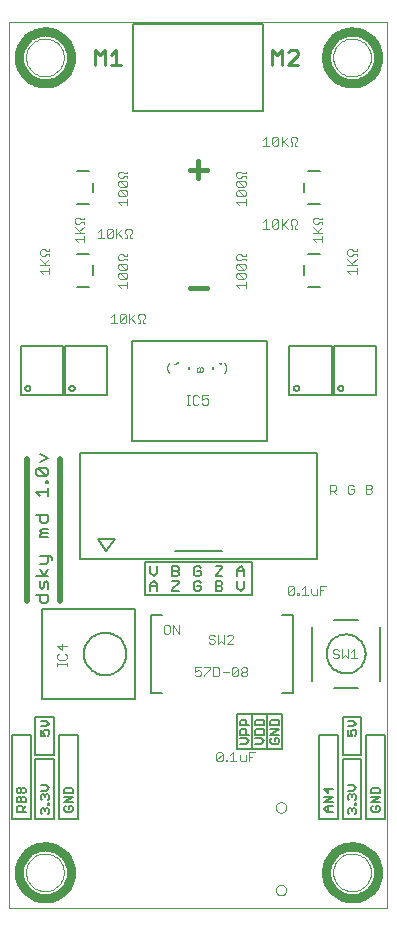
<source format=gto>
G75*
G70*
%OFA0B0*%
%FSLAX24Y24*%
%IPPOS*%
%LPD*%
%AMOC8*
5,1,8,0,0,1.08239X$1,22.5*
%
%ADD10C,0.0000*%
%ADD11C,0.0050*%
%ADD12C,0.0090*%
%ADD13C,0.0080*%
%ADD14C,0.0060*%
%ADD15C,0.0160*%
%ADD16C,0.0079*%
%ADD17C,0.0063*%
%ADD18C,0.0197*%
%ADD19C,0.0315*%
%ADD20C,0.0030*%
%ADD21R,0.0008X0.0004*%
%ADD22R,0.0016X0.0004*%
%ADD23R,0.0020X0.0004*%
%ADD24R,0.0035X0.0004*%
%ADD25R,0.0039X0.0004*%
%ADD26R,0.0051X0.0004*%
%ADD27R,0.0059X0.0004*%
%ADD28R,0.0031X0.0004*%
%ADD29R,0.0028X0.0004*%
%ADD30R,0.0012X0.0004*%
%ADD31R,0.0024X0.0004*%
%ADD32R,0.0004X0.0004*%
%ADD33R,0.0047X0.0004*%
%ADD34R,0.0055X0.0004*%
%ADD35R,0.0063X0.0004*%
%ADD36R,0.0071X0.0004*%
%ADD37R,0.0043X0.0004*%
D10*
X000139Y000927D02*
X000139Y030454D01*
X012738Y030454D01*
X012738Y000927D01*
X000139Y000927D01*
X000690Y002108D02*
X000692Y002158D01*
X000698Y002208D01*
X000708Y002257D01*
X000722Y002305D01*
X000739Y002352D01*
X000760Y002397D01*
X000785Y002441D01*
X000813Y002482D01*
X000845Y002521D01*
X000879Y002558D01*
X000916Y002592D01*
X000956Y002622D01*
X000998Y002649D01*
X001042Y002673D01*
X001088Y002694D01*
X001135Y002710D01*
X001183Y002723D01*
X001233Y002732D01*
X001282Y002737D01*
X001333Y002738D01*
X001383Y002735D01*
X001432Y002728D01*
X001481Y002717D01*
X001529Y002702D01*
X001575Y002684D01*
X001620Y002662D01*
X001663Y002636D01*
X001704Y002607D01*
X001743Y002575D01*
X001779Y002540D01*
X001811Y002502D01*
X001841Y002462D01*
X001868Y002419D01*
X001891Y002375D01*
X001910Y002329D01*
X001926Y002281D01*
X001938Y002232D01*
X001946Y002183D01*
X001950Y002133D01*
X001950Y002083D01*
X001946Y002033D01*
X001938Y001984D01*
X001926Y001935D01*
X001910Y001887D01*
X001891Y001841D01*
X001868Y001797D01*
X001841Y001754D01*
X001811Y001714D01*
X001779Y001676D01*
X001743Y001641D01*
X001704Y001609D01*
X001663Y001580D01*
X001620Y001554D01*
X001575Y001532D01*
X001529Y001514D01*
X001481Y001499D01*
X001432Y001488D01*
X001383Y001481D01*
X001333Y001478D01*
X001282Y001479D01*
X001233Y001484D01*
X001183Y001493D01*
X001135Y001506D01*
X001088Y001522D01*
X001042Y001543D01*
X000998Y001567D01*
X000956Y001594D01*
X000916Y001624D01*
X000879Y001658D01*
X000845Y001695D01*
X000813Y001734D01*
X000785Y001775D01*
X000760Y001819D01*
X000739Y001864D01*
X000722Y001911D01*
X000708Y001959D01*
X000698Y002008D01*
X000692Y002058D01*
X000690Y002108D01*
X009017Y001517D02*
X009019Y001543D01*
X009025Y001569D01*
X009035Y001594D01*
X009048Y001617D01*
X009064Y001637D01*
X009084Y001655D01*
X009106Y001670D01*
X009129Y001682D01*
X009155Y001690D01*
X009181Y001694D01*
X009207Y001694D01*
X009233Y001690D01*
X009259Y001682D01*
X009283Y001670D01*
X009304Y001655D01*
X009324Y001637D01*
X009340Y001617D01*
X009353Y001594D01*
X009363Y001569D01*
X009369Y001543D01*
X009371Y001517D01*
X009369Y001491D01*
X009363Y001465D01*
X009353Y001440D01*
X009340Y001417D01*
X009324Y001397D01*
X009304Y001379D01*
X009282Y001364D01*
X009259Y001352D01*
X009233Y001344D01*
X009207Y001340D01*
X009181Y001340D01*
X009155Y001344D01*
X009129Y001352D01*
X009105Y001364D01*
X009084Y001379D01*
X009064Y001397D01*
X009048Y001417D01*
X009035Y001440D01*
X009025Y001465D01*
X009019Y001491D01*
X009017Y001517D01*
X009017Y004273D02*
X009019Y004299D01*
X009025Y004325D01*
X009035Y004350D01*
X009048Y004373D01*
X009064Y004393D01*
X009084Y004411D01*
X009106Y004426D01*
X009129Y004438D01*
X009155Y004446D01*
X009181Y004450D01*
X009207Y004450D01*
X009233Y004446D01*
X009259Y004438D01*
X009283Y004426D01*
X009304Y004411D01*
X009324Y004393D01*
X009340Y004373D01*
X009353Y004350D01*
X009363Y004325D01*
X009369Y004299D01*
X009371Y004273D01*
X009369Y004247D01*
X009363Y004221D01*
X009353Y004196D01*
X009340Y004173D01*
X009324Y004153D01*
X009304Y004135D01*
X009282Y004120D01*
X009259Y004108D01*
X009233Y004100D01*
X009207Y004096D01*
X009181Y004096D01*
X009155Y004100D01*
X009129Y004108D01*
X009105Y004120D01*
X009084Y004135D01*
X009064Y004153D01*
X009048Y004173D01*
X009035Y004196D01*
X009025Y004221D01*
X009019Y004247D01*
X009017Y004273D01*
X010927Y002108D02*
X010929Y002158D01*
X010935Y002208D01*
X010945Y002257D01*
X010959Y002305D01*
X010976Y002352D01*
X010997Y002397D01*
X011022Y002441D01*
X011050Y002482D01*
X011082Y002521D01*
X011116Y002558D01*
X011153Y002592D01*
X011193Y002622D01*
X011235Y002649D01*
X011279Y002673D01*
X011325Y002694D01*
X011372Y002710D01*
X011420Y002723D01*
X011470Y002732D01*
X011519Y002737D01*
X011570Y002738D01*
X011620Y002735D01*
X011669Y002728D01*
X011718Y002717D01*
X011766Y002702D01*
X011812Y002684D01*
X011857Y002662D01*
X011900Y002636D01*
X011941Y002607D01*
X011980Y002575D01*
X012016Y002540D01*
X012048Y002502D01*
X012078Y002462D01*
X012105Y002419D01*
X012128Y002375D01*
X012147Y002329D01*
X012163Y002281D01*
X012175Y002232D01*
X012183Y002183D01*
X012187Y002133D01*
X012187Y002083D01*
X012183Y002033D01*
X012175Y001984D01*
X012163Y001935D01*
X012147Y001887D01*
X012128Y001841D01*
X012105Y001797D01*
X012078Y001754D01*
X012048Y001714D01*
X012016Y001676D01*
X011980Y001641D01*
X011941Y001609D01*
X011900Y001580D01*
X011857Y001554D01*
X011812Y001532D01*
X011766Y001514D01*
X011718Y001499D01*
X011669Y001488D01*
X011620Y001481D01*
X011570Y001478D01*
X011519Y001479D01*
X011470Y001484D01*
X011420Y001493D01*
X011372Y001506D01*
X011325Y001522D01*
X011279Y001543D01*
X011235Y001567D01*
X011193Y001594D01*
X011153Y001624D01*
X011116Y001658D01*
X011082Y001695D01*
X011050Y001734D01*
X011022Y001775D01*
X010997Y001819D01*
X010976Y001864D01*
X010959Y001911D01*
X010945Y001959D01*
X010935Y002008D01*
X010929Y002058D01*
X010927Y002108D01*
X010927Y029273D02*
X010929Y029323D01*
X010935Y029373D01*
X010945Y029422D01*
X010959Y029470D01*
X010976Y029517D01*
X010997Y029562D01*
X011022Y029606D01*
X011050Y029647D01*
X011082Y029686D01*
X011116Y029723D01*
X011153Y029757D01*
X011193Y029787D01*
X011235Y029814D01*
X011279Y029838D01*
X011325Y029859D01*
X011372Y029875D01*
X011420Y029888D01*
X011470Y029897D01*
X011519Y029902D01*
X011570Y029903D01*
X011620Y029900D01*
X011669Y029893D01*
X011718Y029882D01*
X011766Y029867D01*
X011812Y029849D01*
X011857Y029827D01*
X011900Y029801D01*
X011941Y029772D01*
X011980Y029740D01*
X012016Y029705D01*
X012048Y029667D01*
X012078Y029627D01*
X012105Y029584D01*
X012128Y029540D01*
X012147Y029494D01*
X012163Y029446D01*
X012175Y029397D01*
X012183Y029348D01*
X012187Y029298D01*
X012187Y029248D01*
X012183Y029198D01*
X012175Y029149D01*
X012163Y029100D01*
X012147Y029052D01*
X012128Y029006D01*
X012105Y028962D01*
X012078Y028919D01*
X012048Y028879D01*
X012016Y028841D01*
X011980Y028806D01*
X011941Y028774D01*
X011900Y028745D01*
X011857Y028719D01*
X011812Y028697D01*
X011766Y028679D01*
X011718Y028664D01*
X011669Y028653D01*
X011620Y028646D01*
X011570Y028643D01*
X011519Y028644D01*
X011470Y028649D01*
X011420Y028658D01*
X011372Y028671D01*
X011325Y028687D01*
X011279Y028708D01*
X011235Y028732D01*
X011193Y028759D01*
X011153Y028789D01*
X011116Y028823D01*
X011082Y028860D01*
X011050Y028899D01*
X011022Y028940D01*
X010997Y028984D01*
X010976Y029029D01*
X010959Y029076D01*
X010945Y029124D01*
X010935Y029173D01*
X010929Y029223D01*
X010927Y029273D01*
X000690Y029273D02*
X000692Y029323D01*
X000698Y029373D01*
X000708Y029422D01*
X000722Y029470D01*
X000739Y029517D01*
X000760Y029562D01*
X000785Y029606D01*
X000813Y029647D01*
X000845Y029686D01*
X000879Y029723D01*
X000916Y029757D01*
X000956Y029787D01*
X000998Y029814D01*
X001042Y029838D01*
X001088Y029859D01*
X001135Y029875D01*
X001183Y029888D01*
X001233Y029897D01*
X001282Y029902D01*
X001333Y029903D01*
X001383Y029900D01*
X001432Y029893D01*
X001481Y029882D01*
X001529Y029867D01*
X001575Y029849D01*
X001620Y029827D01*
X001663Y029801D01*
X001704Y029772D01*
X001743Y029740D01*
X001779Y029705D01*
X001811Y029667D01*
X001841Y029627D01*
X001868Y029584D01*
X001891Y029540D01*
X001910Y029494D01*
X001926Y029446D01*
X001938Y029397D01*
X001946Y029348D01*
X001950Y029298D01*
X001950Y029248D01*
X001946Y029198D01*
X001938Y029149D01*
X001926Y029100D01*
X001910Y029052D01*
X001891Y029006D01*
X001868Y028962D01*
X001841Y028919D01*
X001811Y028879D01*
X001779Y028841D01*
X001743Y028806D01*
X001704Y028774D01*
X001663Y028745D01*
X001620Y028719D01*
X001575Y028697D01*
X001529Y028679D01*
X001481Y028664D01*
X001432Y028653D01*
X001383Y028646D01*
X001333Y028643D01*
X001282Y028644D01*
X001233Y028649D01*
X001183Y028658D01*
X001135Y028671D01*
X001088Y028687D01*
X001042Y028708D01*
X000998Y028732D01*
X000956Y028759D01*
X000916Y028789D01*
X000879Y028823D01*
X000845Y028860D01*
X000813Y028899D01*
X000785Y028940D01*
X000760Y028984D01*
X000739Y029029D01*
X000722Y029076D01*
X000708Y029124D01*
X000698Y029173D01*
X000692Y029223D01*
X000690Y029273D01*
D11*
X001178Y007165D02*
X001368Y007165D01*
X001463Y007070D01*
X001368Y006975D01*
X001178Y006975D01*
X001178Y006857D02*
X001178Y006667D01*
X001320Y006667D01*
X001273Y006762D01*
X001273Y006810D01*
X001320Y006857D01*
X001415Y006857D01*
X001463Y006810D01*
X001463Y006715D01*
X001415Y006667D01*
X001368Y005015D02*
X001178Y005015D01*
X001368Y005015D02*
X001463Y004920D01*
X001368Y004825D01*
X001178Y004825D01*
X001225Y004706D02*
X001273Y004706D01*
X001320Y004659D01*
X001368Y004706D01*
X001415Y004706D01*
X001463Y004659D01*
X001463Y004564D01*
X001415Y004516D01*
X001415Y004410D02*
X001463Y004410D01*
X001463Y004362D01*
X001415Y004362D01*
X001415Y004410D01*
X001415Y004244D02*
X001463Y004197D01*
X001463Y004102D01*
X001415Y004054D01*
X001320Y004149D02*
X001320Y004197D01*
X001368Y004244D01*
X001415Y004244D01*
X001320Y004197D02*
X001273Y004244D01*
X001225Y004244D01*
X001178Y004197D01*
X001178Y004102D01*
X001225Y004054D01*
X001225Y004516D02*
X001178Y004564D01*
X001178Y004659D01*
X001225Y004706D01*
X001320Y004659D02*
X001320Y004611D01*
X000675Y004582D02*
X000675Y004439D01*
X000391Y004439D01*
X000391Y004582D01*
X000438Y004629D01*
X000485Y004629D01*
X000533Y004582D01*
X000533Y004439D01*
X000533Y004321D02*
X000580Y004274D01*
X000580Y004131D01*
X000580Y004226D02*
X000675Y004321D01*
X000533Y004321D02*
X000438Y004321D01*
X000391Y004274D01*
X000391Y004131D01*
X000675Y004131D01*
X000675Y004582D02*
X000628Y004629D01*
X000580Y004629D01*
X000533Y004582D01*
X000580Y004748D02*
X000533Y004795D01*
X000533Y004890D01*
X000580Y004937D01*
X000628Y004937D01*
X000675Y004890D01*
X000675Y004795D01*
X000628Y004748D01*
X000580Y004748D01*
X000533Y004795D02*
X000485Y004748D01*
X000438Y004748D01*
X000391Y004795D01*
X000391Y004890D01*
X000438Y004937D01*
X000485Y004937D01*
X000533Y004890D01*
X001965Y004890D02*
X001965Y004748D01*
X002250Y004748D01*
X002250Y004890D01*
X002203Y004937D01*
X002013Y004937D01*
X001965Y004890D01*
X001965Y004629D02*
X002250Y004629D01*
X001965Y004439D01*
X002250Y004439D01*
X002203Y004321D02*
X002108Y004321D01*
X002108Y004226D01*
X002013Y004131D02*
X002203Y004131D01*
X002250Y004179D01*
X002250Y004274D01*
X002203Y004321D01*
X002013Y004321D02*
X001965Y004274D01*
X001965Y004179D01*
X002013Y004131D01*
X007836Y006395D02*
X008026Y006395D01*
X008121Y006490D01*
X008026Y006585D01*
X007836Y006585D01*
X007836Y006703D02*
X007836Y006846D01*
X007884Y006893D01*
X007979Y006893D01*
X008026Y006846D01*
X008026Y006703D01*
X008121Y006703D02*
X007836Y006703D01*
X007836Y007011D02*
X007836Y007154D01*
X007884Y007201D01*
X007979Y007201D01*
X008026Y007154D01*
X008026Y007011D01*
X008121Y007011D02*
X007836Y007011D01*
X008336Y007011D02*
X008336Y007154D01*
X008384Y007201D01*
X008574Y007201D01*
X008621Y007154D01*
X008621Y007011D01*
X008336Y007011D01*
X008384Y006893D02*
X008336Y006846D01*
X008336Y006703D01*
X008621Y006703D01*
X008621Y006846D01*
X008574Y006893D01*
X008384Y006893D01*
X008336Y006585D02*
X008526Y006585D01*
X008621Y006490D01*
X008526Y006395D01*
X008336Y006395D01*
X008836Y006443D02*
X008884Y006395D01*
X009074Y006395D01*
X009121Y006443D01*
X009121Y006538D01*
X009074Y006585D01*
X008979Y006585D01*
X008979Y006490D01*
X008884Y006585D02*
X008836Y006538D01*
X008836Y006443D01*
X008836Y006703D02*
X009121Y006893D01*
X008836Y006893D01*
X008836Y007011D02*
X008836Y007154D01*
X008884Y007201D01*
X009074Y007201D01*
X009121Y007154D01*
X009121Y007011D01*
X008836Y007011D01*
X008836Y006703D02*
X009121Y006703D01*
X010627Y004890D02*
X010769Y004748D01*
X010769Y004937D01*
X010627Y004890D02*
X010912Y004890D01*
X010912Y004629D02*
X010627Y004629D01*
X010627Y004439D02*
X010912Y004629D01*
X010912Y004439D02*
X010627Y004439D01*
X010722Y004321D02*
X010627Y004226D01*
X010722Y004131D01*
X010912Y004131D01*
X010769Y004131D02*
X010769Y004321D01*
X010722Y004321D02*
X010912Y004321D01*
X011414Y004197D02*
X011462Y004244D01*
X011509Y004244D01*
X011557Y004197D01*
X011604Y004244D01*
X011652Y004244D01*
X011699Y004197D01*
X011699Y004102D01*
X011652Y004054D01*
X011557Y004149D02*
X011557Y004197D01*
X011414Y004197D02*
X011414Y004102D01*
X011462Y004054D01*
X011652Y004362D02*
X011652Y004410D01*
X011699Y004410D01*
X011699Y004362D01*
X011652Y004362D01*
X011652Y004516D02*
X011699Y004564D01*
X011699Y004659D01*
X011652Y004706D01*
X011604Y004706D01*
X011557Y004659D01*
X011557Y004611D01*
X011557Y004659D02*
X011509Y004706D01*
X011462Y004706D01*
X011414Y004659D01*
X011414Y004564D01*
X011462Y004516D01*
X011414Y004825D02*
X011604Y004825D01*
X011699Y004920D01*
X011604Y005015D01*
X011414Y005015D01*
X011414Y006667D02*
X011557Y006667D01*
X011509Y006762D01*
X011509Y006810D01*
X011557Y006857D01*
X011652Y006857D01*
X011699Y006810D01*
X011699Y006715D01*
X011652Y006667D01*
X011604Y006975D02*
X011699Y007070D01*
X011604Y007165D01*
X011414Y007165D01*
X011414Y006975D02*
X011604Y006975D01*
X011414Y006857D02*
X011414Y006667D01*
X012249Y004937D02*
X012202Y004890D01*
X012202Y004748D01*
X012486Y004748D01*
X012486Y004890D01*
X012439Y004937D01*
X012249Y004937D01*
X012202Y004629D02*
X012486Y004629D01*
X012202Y004439D01*
X012486Y004439D01*
X012439Y004321D02*
X012344Y004321D01*
X012344Y004226D01*
X012249Y004131D02*
X012439Y004131D01*
X012486Y004179D01*
X012486Y004274D01*
X012439Y004321D01*
X012249Y004321D02*
X012202Y004274D01*
X012202Y004179D01*
X012249Y004131D01*
D12*
X009770Y029023D02*
X009436Y029023D01*
X009770Y029357D01*
X009770Y029440D01*
X009687Y029524D01*
X009520Y029524D01*
X009436Y029440D01*
X009227Y029524D02*
X009227Y029023D01*
X008893Y029023D02*
X008893Y029524D01*
X009060Y029357D01*
X009227Y029524D01*
X003865Y029023D02*
X003531Y029023D01*
X003698Y029023D02*
X003698Y029524D01*
X003531Y029357D01*
X003321Y029524D02*
X003321Y029023D01*
X002987Y029023D02*
X002987Y029524D01*
X003154Y029357D01*
X003321Y029524D01*
D13*
X001153Y016053D02*
X001428Y015916D01*
X001153Y015778D01*
X001084Y015600D02*
X001359Y015325D01*
X001428Y015394D01*
X001428Y015531D01*
X001359Y015600D01*
X001084Y015600D01*
X001016Y015531D01*
X001016Y015394D01*
X001084Y015325D01*
X001359Y015325D01*
X001359Y015167D02*
X001428Y015167D01*
X001428Y015099D01*
X001359Y015099D01*
X001359Y015167D01*
X001428Y014920D02*
X001428Y014645D01*
X001428Y014783D02*
X001016Y014783D01*
X001153Y014645D01*
X001153Y014014D02*
X001153Y013808D01*
X001222Y013739D01*
X001359Y013739D01*
X001428Y013808D01*
X001428Y014014D01*
X001016Y014014D01*
X001222Y013561D02*
X001153Y013492D01*
X001222Y013423D01*
X001428Y013423D01*
X001428Y013286D02*
X001153Y013286D01*
X001153Y013355D01*
X001222Y013423D01*
X001222Y013561D02*
X001428Y013561D01*
X001428Y012655D02*
X001428Y012448D01*
X001359Y012380D01*
X001153Y012380D01*
X001153Y012208D02*
X001291Y012002D01*
X001428Y012208D01*
X001428Y012002D02*
X001016Y012002D01*
X001153Y011824D02*
X001153Y011618D01*
X001222Y011549D01*
X001291Y011618D01*
X001291Y011755D01*
X001359Y011824D01*
X001428Y011755D01*
X001428Y011549D01*
X001428Y011371D02*
X001428Y011165D01*
X001359Y011096D01*
X001222Y011096D01*
X001153Y011165D01*
X001153Y011371D01*
X001016Y011371D02*
X001428Y011371D01*
X001566Y012517D02*
X001566Y012586D01*
X001497Y012655D01*
X001153Y012655D01*
X010218Y010283D02*
X010218Y008500D01*
X010968Y008250D02*
X011752Y008250D01*
X010710Y009391D02*
X010712Y009441D01*
X010718Y009491D01*
X010728Y009541D01*
X010741Y009589D01*
X010758Y009637D01*
X010779Y009683D01*
X010803Y009727D01*
X010831Y009769D01*
X010862Y009809D01*
X010896Y009846D01*
X010933Y009881D01*
X010972Y009912D01*
X011013Y009941D01*
X011057Y009966D01*
X011103Y009988D01*
X011150Y010006D01*
X011198Y010020D01*
X011247Y010031D01*
X011297Y010038D01*
X011347Y010041D01*
X011398Y010040D01*
X011448Y010035D01*
X011498Y010026D01*
X011546Y010014D01*
X011594Y009997D01*
X011640Y009977D01*
X011685Y009954D01*
X011728Y009927D01*
X011768Y009897D01*
X011806Y009864D01*
X011841Y009828D01*
X011874Y009789D01*
X011903Y009748D01*
X011929Y009705D01*
X011952Y009660D01*
X011971Y009613D01*
X011986Y009565D01*
X011998Y009516D01*
X012006Y009466D01*
X012010Y009416D01*
X012010Y009366D01*
X012006Y009316D01*
X011998Y009266D01*
X011986Y009217D01*
X011971Y009169D01*
X011952Y009122D01*
X011929Y009077D01*
X011903Y009034D01*
X011874Y008993D01*
X011841Y008954D01*
X011806Y008918D01*
X011768Y008885D01*
X011728Y008855D01*
X011685Y008828D01*
X011640Y008805D01*
X011594Y008785D01*
X011546Y008768D01*
X011498Y008756D01*
X011448Y008747D01*
X011398Y008742D01*
X011347Y008741D01*
X011297Y008744D01*
X011247Y008751D01*
X011198Y008762D01*
X011150Y008776D01*
X011103Y008794D01*
X011057Y008816D01*
X011013Y008841D01*
X010972Y008870D01*
X010933Y008901D01*
X010896Y008936D01*
X010862Y008973D01*
X010831Y009013D01*
X010803Y009055D01*
X010779Y009099D01*
X010758Y009145D01*
X010741Y009193D01*
X010728Y009241D01*
X010718Y009291D01*
X010712Y009341D01*
X010710Y009391D01*
X010968Y010533D02*
X011752Y010533D01*
X012502Y010283D02*
X012502Y008500D01*
D14*
X007960Y011600D02*
X007960Y011822D01*
X007960Y011980D02*
X007960Y012203D01*
X007849Y012314D01*
X007737Y012203D01*
X007737Y011980D01*
X007737Y011822D02*
X007737Y011600D01*
X007849Y011488D01*
X007960Y011600D01*
X007960Y012147D02*
X007737Y012147D01*
X007235Y012259D02*
X007012Y012036D01*
X007012Y011980D01*
X007235Y011980D01*
X007179Y011822D02*
X007235Y011767D01*
X007235Y011711D01*
X007179Y011655D01*
X007012Y011655D01*
X007012Y011488D02*
X007012Y011822D01*
X007179Y011822D01*
X007179Y011655D02*
X007235Y011600D01*
X007235Y011544D01*
X007179Y011488D01*
X007012Y011488D01*
X007235Y012259D02*
X007235Y012314D01*
X007012Y012314D01*
X006510Y012259D02*
X006454Y012314D01*
X006343Y012314D01*
X006287Y012259D01*
X006287Y012036D01*
X006343Y011980D01*
X006454Y011980D01*
X006510Y012036D01*
X006510Y012147D01*
X006399Y012147D01*
X006454Y011822D02*
X006343Y011822D01*
X006287Y011767D01*
X006287Y011544D01*
X006343Y011488D01*
X006454Y011488D01*
X006510Y011544D01*
X006510Y011655D01*
X006399Y011655D01*
X006510Y011767D02*
X006454Y011822D01*
X005785Y011822D02*
X005785Y011767D01*
X005562Y011544D01*
X005562Y011488D01*
X005785Y011488D01*
X005785Y011822D02*
X005562Y011822D01*
X005562Y011980D02*
X005729Y011980D01*
X005785Y012036D01*
X005785Y012092D01*
X005729Y012147D01*
X005562Y012147D01*
X005562Y011980D02*
X005562Y012314D01*
X005729Y012314D01*
X005785Y012259D01*
X005785Y012203D01*
X005729Y012147D01*
X005060Y012092D02*
X005060Y012314D01*
X005060Y012092D02*
X004949Y011980D01*
X004837Y012092D01*
X004837Y012314D01*
X004949Y011822D02*
X004837Y011711D01*
X004837Y011488D01*
X004837Y011655D02*
X005060Y011655D01*
X005060Y011711D02*
X005060Y011488D01*
X005060Y011711D02*
X004949Y011822D01*
D15*
X006164Y021596D02*
X006714Y021596D01*
X006439Y025258D02*
X006439Y025808D01*
X006164Y025533D02*
X006714Y025533D01*
D16*
X008604Y027502D02*
X004273Y027502D01*
X004273Y030376D01*
X008604Y030376D01*
X008604Y027502D01*
X009962Y025100D02*
X009962Y024785D01*
X010080Y024391D02*
X010474Y024391D01*
X010474Y025494D02*
X010080Y025494D01*
X010080Y022738D02*
X010474Y022738D01*
X009962Y022344D02*
X009962Y022029D01*
X010080Y021635D02*
X010474Y021635D01*
X010887Y019667D02*
X010887Y018013D01*
X009470Y018013D01*
X009470Y019667D01*
X010887Y019667D01*
X010946Y019667D02*
X010946Y018013D01*
X012364Y018013D01*
X012364Y019667D01*
X010946Y019667D01*
X011095Y018250D02*
X011097Y018268D01*
X011103Y018286D01*
X011112Y018302D01*
X011124Y018315D01*
X011139Y018326D01*
X011156Y018334D01*
X011174Y018338D01*
X011192Y018338D01*
X011210Y018334D01*
X011227Y018326D01*
X011242Y018315D01*
X011254Y018302D01*
X011263Y018286D01*
X011269Y018268D01*
X011271Y018250D01*
X011269Y018232D01*
X011263Y018214D01*
X011254Y018198D01*
X011242Y018185D01*
X011227Y018174D01*
X011210Y018166D01*
X011192Y018162D01*
X011174Y018162D01*
X011156Y018166D01*
X011139Y018174D01*
X011124Y018185D01*
X011112Y018198D01*
X011103Y018214D01*
X011097Y018232D01*
X011095Y018250D01*
X010376Y016084D02*
X010376Y012541D01*
X002502Y012541D01*
X002502Y016084D01*
X010376Y016084D01*
X009618Y018250D02*
X009620Y018268D01*
X009626Y018286D01*
X009635Y018302D01*
X009647Y018315D01*
X009662Y018326D01*
X009679Y018334D01*
X009697Y018338D01*
X009715Y018338D01*
X009733Y018334D01*
X009750Y018326D01*
X009765Y018315D01*
X009777Y018302D01*
X009786Y018286D01*
X009792Y018268D01*
X009794Y018250D01*
X009792Y018232D01*
X009786Y018214D01*
X009777Y018198D01*
X009765Y018185D01*
X009750Y018174D01*
X009733Y018166D01*
X009715Y018162D01*
X009697Y018162D01*
X009679Y018166D01*
X009662Y018174D01*
X009647Y018185D01*
X009635Y018198D01*
X009626Y018214D01*
X009620Y018232D01*
X009618Y018250D01*
X008722Y019824D02*
X008722Y016478D01*
X004234Y016478D01*
X004234Y019824D01*
X008722Y019824D01*
X007226Y012817D02*
X005651Y012817D01*
X004667Y012443D02*
X004667Y011360D01*
X008210Y011360D01*
X008210Y012443D01*
X004667Y012443D01*
X004328Y010891D02*
X001238Y010891D01*
X001238Y010391D01*
X001238Y009391D01*
X001238Y008391D01*
X001238Y007891D01*
X004328Y007891D01*
X004328Y010891D01*
X004864Y010691D02*
X004864Y008092D01*
X005218Y008092D01*
X005218Y010691D02*
X004864Y010691D01*
X003368Y012817D02*
X003643Y013210D01*
X003092Y013210D01*
X003368Y012817D01*
X002621Y009391D02*
X002623Y009444D01*
X002629Y009496D01*
X002639Y009548D01*
X002652Y009599D01*
X002670Y009649D01*
X002691Y009698D01*
X002716Y009745D01*
X002744Y009789D01*
X002775Y009832D01*
X002810Y009872D01*
X002847Y009909D01*
X002887Y009944D01*
X002930Y009975D01*
X002975Y010003D01*
X003021Y010028D01*
X003070Y010049D01*
X003120Y010067D01*
X003171Y010080D01*
X003223Y010090D01*
X003275Y010096D01*
X003328Y010098D01*
X003381Y010096D01*
X003433Y010090D01*
X003485Y010080D01*
X003536Y010067D01*
X003586Y010049D01*
X003635Y010028D01*
X003682Y010003D01*
X003726Y009975D01*
X003769Y009944D01*
X003809Y009909D01*
X003846Y009872D01*
X003881Y009832D01*
X003912Y009789D01*
X003940Y009744D01*
X003965Y009698D01*
X003986Y009649D01*
X004004Y009599D01*
X004017Y009548D01*
X004027Y009496D01*
X004033Y009444D01*
X004035Y009391D01*
X004033Y009338D01*
X004027Y009286D01*
X004017Y009234D01*
X004004Y009183D01*
X003986Y009133D01*
X003965Y009084D01*
X003940Y009037D01*
X003912Y008993D01*
X003881Y008950D01*
X003846Y008910D01*
X003809Y008873D01*
X003769Y008838D01*
X003726Y008807D01*
X003681Y008779D01*
X003635Y008754D01*
X003586Y008733D01*
X003536Y008715D01*
X003485Y008702D01*
X003433Y008692D01*
X003381Y008686D01*
X003328Y008684D01*
X003275Y008686D01*
X003223Y008692D01*
X003171Y008702D01*
X003120Y008715D01*
X003070Y008733D01*
X003021Y008754D01*
X002974Y008779D01*
X002930Y008807D01*
X002887Y008838D01*
X002847Y008873D01*
X002810Y008910D01*
X002775Y008950D01*
X002744Y008993D01*
X002716Y009038D01*
X002691Y009084D01*
X002670Y009133D01*
X002652Y009183D01*
X002639Y009234D01*
X002629Y009286D01*
X002623Y009338D01*
X002621Y009391D01*
X001990Y018013D02*
X001990Y019667D01*
X003407Y019667D01*
X003407Y018013D01*
X001990Y018013D01*
X001931Y018013D02*
X000513Y018013D01*
X000513Y019667D01*
X001931Y019667D01*
X001931Y018013D01*
X002138Y018250D02*
X002140Y018268D01*
X002146Y018286D01*
X002155Y018302D01*
X002167Y018315D01*
X002182Y018326D01*
X002199Y018334D01*
X002217Y018338D01*
X002235Y018338D01*
X002253Y018334D01*
X002270Y018326D01*
X002285Y018315D01*
X002297Y018302D01*
X002306Y018286D01*
X002312Y018268D01*
X002314Y018250D01*
X002312Y018232D01*
X002306Y018214D01*
X002297Y018198D01*
X002285Y018185D01*
X002270Y018174D01*
X002253Y018166D01*
X002235Y018162D01*
X002217Y018162D01*
X002199Y018166D01*
X002182Y018174D01*
X002167Y018185D01*
X002155Y018198D01*
X002146Y018214D01*
X002140Y018232D01*
X002138Y018250D01*
X000662Y018250D02*
X000664Y018268D01*
X000670Y018286D01*
X000679Y018302D01*
X000691Y018315D01*
X000706Y018326D01*
X000723Y018334D01*
X000741Y018338D01*
X000759Y018338D01*
X000777Y018334D01*
X000794Y018326D01*
X000809Y018315D01*
X000821Y018302D01*
X000830Y018286D01*
X000836Y018268D01*
X000838Y018250D01*
X000836Y018232D01*
X000830Y018214D01*
X000821Y018198D01*
X000809Y018185D01*
X000794Y018174D01*
X000777Y018166D01*
X000759Y018162D01*
X000741Y018162D01*
X000723Y018166D01*
X000706Y018174D01*
X000691Y018185D01*
X000679Y018198D01*
X000670Y018214D01*
X000664Y018232D01*
X000662Y018250D01*
X002403Y021635D02*
X002797Y021635D01*
X002915Y022029D02*
X002915Y022344D01*
X002797Y022738D02*
X002403Y022738D01*
X002403Y024391D02*
X002797Y024391D01*
X002915Y024785D02*
X002915Y025100D01*
X002797Y025494D02*
X002403Y025494D01*
X009234Y010691D02*
X009588Y010691D01*
X009588Y008092D01*
X009234Y008092D01*
X009229Y007377D02*
X009229Y006237D01*
X008729Y006237D01*
X008229Y006237D01*
X008229Y007377D01*
X008729Y007377D01*
X009229Y007377D01*
X008729Y007377D02*
X008729Y006237D01*
X008229Y006237D02*
X007729Y006237D01*
X007729Y007377D01*
X008229Y007377D01*
D17*
X010454Y006675D02*
X010454Y003880D01*
X011084Y003880D01*
X011084Y006675D01*
X010454Y006675D01*
X011242Y007305D02*
X011242Y006006D01*
X011872Y006006D01*
X011872Y007305D01*
X011242Y007305D01*
X011242Y005887D02*
X011242Y003880D01*
X011872Y003880D01*
X011872Y005887D01*
X011242Y005887D01*
X012029Y006675D02*
X012659Y006675D01*
X012659Y003880D01*
X012029Y003880D01*
X012029Y006675D01*
X002423Y006675D02*
X002423Y003880D01*
X001793Y003880D01*
X001793Y006675D01*
X002423Y006675D01*
X001635Y007305D02*
X001635Y006006D01*
X001006Y006006D01*
X001006Y007305D01*
X001635Y007305D01*
X001635Y005887D02*
X001006Y005887D01*
X001006Y003880D01*
X001635Y003880D01*
X001635Y005887D01*
X000848Y006675D02*
X000218Y006675D01*
X000218Y003880D01*
X000848Y003880D01*
X000848Y006675D01*
D18*
X000730Y011163D02*
X000730Y015887D01*
X001813Y015887D02*
X001813Y011163D01*
D19*
X000454Y002108D02*
X000456Y002166D01*
X000462Y002225D01*
X000472Y002282D01*
X000485Y002339D01*
X000503Y002395D01*
X000524Y002450D01*
X000549Y002502D01*
X000577Y002554D01*
X000609Y002603D01*
X000644Y002650D01*
X000682Y002694D01*
X000723Y002736D01*
X000767Y002775D01*
X000813Y002810D01*
X000862Y002843D01*
X000913Y002872D01*
X000965Y002898D01*
X001019Y002920D01*
X001075Y002939D01*
X001131Y002953D01*
X001189Y002964D01*
X001247Y002971D01*
X001305Y002974D01*
X001364Y002973D01*
X001422Y002968D01*
X001480Y002959D01*
X001537Y002946D01*
X001593Y002930D01*
X001648Y002909D01*
X001701Y002885D01*
X001753Y002858D01*
X001803Y002827D01*
X001850Y002793D01*
X001895Y002755D01*
X001938Y002715D01*
X001977Y002672D01*
X002014Y002626D01*
X002047Y002578D01*
X002077Y002528D01*
X002104Y002476D01*
X002127Y002422D01*
X002146Y002367D01*
X002162Y002311D01*
X002174Y002254D01*
X002182Y002196D01*
X002186Y002137D01*
X002186Y002079D01*
X002182Y002020D01*
X002174Y001962D01*
X002162Y001905D01*
X002146Y001849D01*
X002127Y001794D01*
X002104Y001740D01*
X002077Y001688D01*
X002047Y001638D01*
X002014Y001590D01*
X001977Y001544D01*
X001938Y001501D01*
X001895Y001461D01*
X001850Y001423D01*
X001803Y001389D01*
X001753Y001358D01*
X001701Y001331D01*
X001648Y001307D01*
X001593Y001286D01*
X001537Y001270D01*
X001480Y001257D01*
X001422Y001248D01*
X001364Y001243D01*
X001305Y001242D01*
X001247Y001245D01*
X001189Y001252D01*
X001131Y001263D01*
X001075Y001277D01*
X001019Y001296D01*
X000965Y001318D01*
X000913Y001344D01*
X000862Y001373D01*
X000813Y001406D01*
X000767Y001441D01*
X000723Y001480D01*
X000682Y001522D01*
X000644Y001566D01*
X000609Y001613D01*
X000577Y001662D01*
X000549Y001714D01*
X000524Y001766D01*
X000503Y001821D01*
X000485Y001877D01*
X000472Y001934D01*
X000462Y001991D01*
X000456Y002050D01*
X000454Y002108D01*
X010691Y002108D02*
X010693Y002166D01*
X010699Y002225D01*
X010709Y002282D01*
X010722Y002339D01*
X010740Y002395D01*
X010761Y002450D01*
X010786Y002502D01*
X010814Y002554D01*
X010846Y002603D01*
X010881Y002650D01*
X010919Y002694D01*
X010960Y002736D01*
X011004Y002775D01*
X011050Y002810D01*
X011099Y002843D01*
X011150Y002872D01*
X011202Y002898D01*
X011256Y002920D01*
X011312Y002939D01*
X011368Y002953D01*
X011426Y002964D01*
X011484Y002971D01*
X011542Y002974D01*
X011601Y002973D01*
X011659Y002968D01*
X011717Y002959D01*
X011774Y002946D01*
X011830Y002930D01*
X011885Y002909D01*
X011938Y002885D01*
X011990Y002858D01*
X012040Y002827D01*
X012087Y002793D01*
X012132Y002755D01*
X012175Y002715D01*
X012214Y002672D01*
X012251Y002626D01*
X012284Y002578D01*
X012314Y002528D01*
X012341Y002476D01*
X012364Y002422D01*
X012383Y002367D01*
X012399Y002311D01*
X012411Y002254D01*
X012419Y002196D01*
X012423Y002137D01*
X012423Y002079D01*
X012419Y002020D01*
X012411Y001962D01*
X012399Y001905D01*
X012383Y001849D01*
X012364Y001794D01*
X012341Y001740D01*
X012314Y001688D01*
X012284Y001638D01*
X012251Y001590D01*
X012214Y001544D01*
X012175Y001501D01*
X012132Y001461D01*
X012087Y001423D01*
X012040Y001389D01*
X011990Y001358D01*
X011938Y001331D01*
X011885Y001307D01*
X011830Y001286D01*
X011774Y001270D01*
X011717Y001257D01*
X011659Y001248D01*
X011601Y001243D01*
X011542Y001242D01*
X011484Y001245D01*
X011426Y001252D01*
X011368Y001263D01*
X011312Y001277D01*
X011256Y001296D01*
X011202Y001318D01*
X011150Y001344D01*
X011099Y001373D01*
X011050Y001406D01*
X011004Y001441D01*
X010960Y001480D01*
X010919Y001522D01*
X010881Y001566D01*
X010846Y001613D01*
X010814Y001662D01*
X010786Y001714D01*
X010761Y001766D01*
X010740Y001821D01*
X010722Y001877D01*
X010709Y001934D01*
X010699Y001991D01*
X010693Y002050D01*
X010691Y002108D01*
X010691Y029273D02*
X010693Y029331D01*
X010699Y029390D01*
X010709Y029447D01*
X010722Y029504D01*
X010740Y029560D01*
X010761Y029615D01*
X010786Y029667D01*
X010814Y029719D01*
X010846Y029768D01*
X010881Y029815D01*
X010919Y029859D01*
X010960Y029901D01*
X011004Y029940D01*
X011050Y029975D01*
X011099Y030008D01*
X011150Y030037D01*
X011202Y030063D01*
X011256Y030085D01*
X011312Y030104D01*
X011368Y030118D01*
X011426Y030129D01*
X011484Y030136D01*
X011542Y030139D01*
X011601Y030138D01*
X011659Y030133D01*
X011717Y030124D01*
X011774Y030111D01*
X011830Y030095D01*
X011885Y030074D01*
X011938Y030050D01*
X011990Y030023D01*
X012040Y029992D01*
X012087Y029958D01*
X012132Y029920D01*
X012175Y029880D01*
X012214Y029837D01*
X012251Y029791D01*
X012284Y029743D01*
X012314Y029693D01*
X012341Y029641D01*
X012364Y029587D01*
X012383Y029532D01*
X012399Y029476D01*
X012411Y029419D01*
X012419Y029361D01*
X012423Y029302D01*
X012423Y029244D01*
X012419Y029185D01*
X012411Y029127D01*
X012399Y029070D01*
X012383Y029014D01*
X012364Y028959D01*
X012341Y028905D01*
X012314Y028853D01*
X012284Y028803D01*
X012251Y028755D01*
X012214Y028709D01*
X012175Y028666D01*
X012132Y028626D01*
X012087Y028588D01*
X012040Y028554D01*
X011990Y028523D01*
X011938Y028496D01*
X011885Y028472D01*
X011830Y028451D01*
X011774Y028435D01*
X011717Y028422D01*
X011659Y028413D01*
X011601Y028408D01*
X011542Y028407D01*
X011484Y028410D01*
X011426Y028417D01*
X011368Y028428D01*
X011312Y028442D01*
X011256Y028461D01*
X011202Y028483D01*
X011150Y028509D01*
X011099Y028538D01*
X011050Y028571D01*
X011004Y028606D01*
X010960Y028645D01*
X010919Y028687D01*
X010881Y028731D01*
X010846Y028778D01*
X010814Y028827D01*
X010786Y028879D01*
X010761Y028931D01*
X010740Y028986D01*
X010722Y029042D01*
X010709Y029099D01*
X010699Y029156D01*
X010693Y029215D01*
X010691Y029273D01*
X000453Y029273D02*
X000455Y029332D01*
X000461Y029390D01*
X000471Y029448D01*
X000484Y029504D01*
X000502Y029560D01*
X000523Y029615D01*
X000548Y029668D01*
X000577Y029719D01*
X000608Y029768D01*
X000643Y029815D01*
X000682Y029860D01*
X000723Y029901D01*
X000766Y029940D01*
X000813Y029976D01*
X000861Y030009D01*
X000912Y030038D01*
X000965Y030064D01*
X001019Y030086D01*
X001074Y030105D01*
X001131Y030119D01*
X001189Y030130D01*
X001247Y030137D01*
X001305Y030140D01*
X001364Y030139D01*
X001422Y030134D01*
X001480Y030125D01*
X001537Y030112D01*
X001593Y030096D01*
X001648Y030075D01*
X001702Y030051D01*
X001753Y030024D01*
X001803Y029993D01*
X001851Y029959D01*
X001896Y029921D01*
X001938Y029881D01*
X001978Y029838D01*
X002014Y029792D01*
X002048Y029744D01*
X002078Y029694D01*
X002105Y029642D01*
X002128Y029588D01*
X002147Y029533D01*
X002163Y029476D01*
X002175Y029419D01*
X002183Y029361D01*
X002187Y029302D01*
X002187Y029244D01*
X002183Y029185D01*
X002175Y029127D01*
X002163Y029070D01*
X002147Y029013D01*
X002128Y028958D01*
X002105Y028904D01*
X002078Y028852D01*
X002048Y028802D01*
X002014Y028754D01*
X001978Y028708D01*
X001938Y028665D01*
X001896Y028625D01*
X001851Y028587D01*
X001803Y028553D01*
X001754Y028522D01*
X001702Y028495D01*
X001648Y028471D01*
X001593Y028450D01*
X001537Y028434D01*
X001480Y028421D01*
X001422Y028412D01*
X001364Y028407D01*
X001305Y028406D01*
X001247Y028409D01*
X001189Y028416D01*
X001131Y028427D01*
X001074Y028441D01*
X001019Y028460D01*
X000965Y028482D01*
X000912Y028508D01*
X000861Y028537D01*
X000813Y028570D01*
X000766Y028606D01*
X000723Y028645D01*
X000682Y028686D01*
X000643Y028731D01*
X000608Y028778D01*
X000577Y028827D01*
X000548Y028878D01*
X000523Y028931D01*
X000502Y028986D01*
X000484Y029042D01*
X000471Y029098D01*
X000461Y029156D01*
X000455Y029214D01*
X000453Y029273D01*
D20*
X002360Y023937D02*
X002310Y023886D01*
X002310Y023784D01*
X002360Y023734D01*
X002462Y023734D01*
X002513Y023784D01*
X002615Y023784D01*
X002615Y023734D01*
X002615Y023629D02*
X002462Y023476D01*
X002513Y023425D02*
X002310Y023629D01*
X002310Y023425D02*
X002615Y023425D01*
X002615Y023321D02*
X002615Y023117D01*
X002615Y023219D02*
X002310Y023219D01*
X002411Y023117D01*
X002513Y023886D02*
X002615Y023886D01*
X002615Y023937D01*
X002513Y023886D02*
X002462Y023937D01*
X002360Y023937D01*
X003081Y023458D02*
X003183Y023560D01*
X003183Y023255D01*
X003081Y023255D02*
X003285Y023255D01*
X003390Y023306D02*
X003593Y023509D01*
X003593Y023306D01*
X003542Y023255D01*
X003440Y023255D01*
X003390Y023306D01*
X003390Y023509D01*
X003440Y023560D01*
X003542Y023560D01*
X003593Y023509D01*
X003698Y023560D02*
X003698Y023255D01*
X003698Y023356D02*
X003901Y023560D01*
X004006Y023509D02*
X004057Y023560D01*
X004158Y023560D01*
X004209Y023509D01*
X004209Y023407D01*
X004158Y023356D01*
X004158Y023255D01*
X004209Y023255D01*
X004057Y023255D02*
X004057Y023356D01*
X004006Y023407D01*
X004006Y023509D01*
X004006Y023255D02*
X004057Y023255D01*
X003901Y023255D02*
X003748Y023407D01*
X003817Y022713D02*
X003919Y022713D01*
X003970Y022662D01*
X004071Y022662D01*
X004071Y022713D01*
X004071Y022561D02*
X003970Y022561D01*
X003919Y022510D01*
X003817Y022510D01*
X003766Y022561D01*
X003766Y022662D01*
X003817Y022713D01*
X003817Y022405D02*
X004020Y022202D01*
X004071Y022252D01*
X004071Y022354D01*
X004020Y022405D01*
X003817Y022405D01*
X003766Y022354D01*
X003766Y022252D01*
X003817Y022202D01*
X004020Y022202D01*
X004020Y022097D02*
X004071Y022046D01*
X004071Y021944D01*
X004020Y021893D01*
X003817Y022097D01*
X004020Y022097D01*
X004020Y021893D02*
X003817Y021893D01*
X003766Y021944D01*
X003766Y022046D01*
X003817Y022097D01*
X004071Y021789D02*
X004071Y021585D01*
X004071Y021687D02*
X003766Y021687D01*
X003868Y021585D01*
X003873Y020725D02*
X003823Y020674D01*
X003823Y020471D01*
X004026Y020674D01*
X004026Y020471D01*
X003975Y020420D01*
X003873Y020420D01*
X003823Y020471D01*
X003718Y020420D02*
X003514Y020420D01*
X003616Y020420D02*
X003616Y020725D01*
X003514Y020623D01*
X003873Y020725D02*
X003975Y020725D01*
X004026Y020674D01*
X004131Y020725D02*
X004131Y020420D01*
X004131Y020522D02*
X004334Y020725D01*
X004439Y020674D02*
X004490Y020725D01*
X004591Y020725D01*
X004642Y020674D01*
X004642Y020573D01*
X004591Y020522D01*
X004591Y020420D01*
X004642Y020420D01*
X004490Y020420D02*
X004490Y020522D01*
X004439Y020573D01*
X004439Y020674D01*
X004439Y020420D02*
X004490Y020420D01*
X004334Y020420D02*
X004182Y020573D01*
X004071Y022510D02*
X004071Y022561D01*
X004071Y024341D02*
X004071Y024545D01*
X004071Y024443D02*
X003766Y024443D01*
X003868Y024341D01*
X003817Y024649D02*
X003766Y024700D01*
X003766Y024802D01*
X003817Y024853D01*
X004020Y024649D01*
X004071Y024700D01*
X004071Y024802D01*
X004020Y024853D01*
X003817Y024853D01*
X003817Y024958D02*
X003766Y025008D01*
X003766Y025110D01*
X003817Y025161D01*
X004020Y024958D01*
X004071Y025008D01*
X004071Y025110D01*
X004020Y025161D01*
X003817Y025161D01*
X003817Y025266D02*
X003766Y025316D01*
X003766Y025418D01*
X003817Y025469D01*
X003919Y025469D01*
X003970Y025418D01*
X004071Y025418D01*
X004071Y025469D01*
X004071Y025316D02*
X003970Y025316D01*
X003919Y025266D01*
X003817Y025266D01*
X003817Y024958D02*
X004020Y024958D01*
X004020Y024649D02*
X003817Y024649D01*
X004071Y025266D02*
X004071Y025316D01*
X001473Y022874D02*
X001473Y022823D01*
X001371Y022823D01*
X001320Y022874D01*
X001219Y022874D01*
X001168Y022823D01*
X001168Y022721D01*
X001219Y022671D01*
X001320Y022671D01*
X001371Y022721D01*
X001473Y022721D01*
X001473Y022671D01*
X001473Y022566D02*
X001320Y022413D01*
X001371Y022363D02*
X001168Y022566D01*
X001168Y022363D02*
X001473Y022363D01*
X001473Y022258D02*
X001473Y022054D01*
X001473Y022156D02*
X001168Y022156D01*
X001270Y022054D01*
X006043Y018008D02*
X006144Y018008D01*
X006094Y018008D02*
X006094Y017704D01*
X006144Y017704D02*
X006043Y017704D01*
X006248Y017754D02*
X006299Y017704D01*
X006401Y017704D01*
X006451Y017754D01*
X006556Y017754D02*
X006607Y017704D01*
X006709Y017704D01*
X006760Y017754D01*
X006760Y017856D01*
X006709Y017907D01*
X006658Y017907D01*
X006556Y017856D01*
X006556Y018008D01*
X006760Y018008D01*
X006451Y017958D02*
X006401Y018008D01*
X006299Y018008D01*
X006248Y017958D01*
X006248Y017754D01*
X007805Y021585D02*
X007703Y021687D01*
X008008Y021687D01*
X008008Y021585D02*
X008008Y021789D01*
X007957Y021893D02*
X008008Y021944D01*
X008008Y022046D01*
X007957Y022097D01*
X007754Y022097D01*
X007957Y021893D01*
X007754Y021893D01*
X007703Y021944D01*
X007703Y022046D01*
X007754Y022097D01*
X007754Y022202D02*
X007703Y022252D01*
X007703Y022354D01*
X007754Y022405D01*
X007957Y022202D01*
X008008Y022252D01*
X008008Y022354D01*
X007957Y022405D01*
X007754Y022405D01*
X007754Y022510D02*
X007703Y022561D01*
X007703Y022662D01*
X007754Y022713D01*
X007856Y022713D01*
X007907Y022662D01*
X008008Y022662D01*
X008008Y022713D01*
X008008Y022561D02*
X007907Y022561D01*
X007856Y022510D01*
X007754Y022510D01*
X007754Y022202D02*
X007957Y022202D01*
X008008Y022510D02*
X008008Y022561D01*
X008593Y023570D02*
X008796Y023570D01*
X008695Y023570D02*
X008695Y023875D01*
X008593Y023773D01*
X008901Y023824D02*
X008952Y023875D01*
X009054Y023875D01*
X009105Y023824D01*
X008901Y023621D01*
X008952Y023570D01*
X009054Y023570D01*
X009105Y023621D01*
X009105Y023824D01*
X009209Y023875D02*
X009209Y023570D01*
X009209Y023671D02*
X009413Y023875D01*
X009518Y023824D02*
X009568Y023875D01*
X009670Y023875D01*
X009721Y023824D01*
X009721Y023722D01*
X009670Y023671D01*
X009670Y023570D01*
X009721Y023570D01*
X009568Y023570D02*
X009568Y023671D01*
X009518Y023722D01*
X009518Y023824D01*
X009518Y023570D02*
X009568Y023570D01*
X009413Y023570D02*
X009260Y023722D01*
X008901Y023621D02*
X008901Y023824D01*
X008008Y024341D02*
X008008Y024545D01*
X008008Y024443D02*
X007703Y024443D01*
X007805Y024341D01*
X007754Y024649D02*
X007703Y024700D01*
X007703Y024802D01*
X007754Y024853D01*
X007957Y024649D01*
X008008Y024700D01*
X008008Y024802D01*
X007957Y024853D01*
X007754Y024853D01*
X007754Y024958D02*
X007703Y025008D01*
X007703Y025110D01*
X007754Y025161D01*
X007957Y024958D01*
X008008Y025008D01*
X008008Y025110D01*
X007957Y025161D01*
X007754Y025161D01*
X007754Y025266D02*
X007703Y025316D01*
X007703Y025418D01*
X007754Y025469D01*
X007856Y025469D01*
X007907Y025418D01*
X008008Y025418D01*
X008008Y025469D01*
X008008Y025316D02*
X007907Y025316D01*
X007856Y025266D01*
X007754Y025266D01*
X007754Y024958D02*
X007957Y024958D01*
X007957Y024649D02*
X007754Y024649D01*
X008008Y025266D02*
X008008Y025316D01*
X008593Y026326D02*
X008796Y026326D01*
X008695Y026326D02*
X008695Y026631D01*
X008593Y026529D01*
X008901Y026580D02*
X008952Y026631D01*
X009054Y026631D01*
X009105Y026580D01*
X008901Y026376D01*
X008952Y026326D01*
X009054Y026326D01*
X009105Y026376D01*
X009105Y026580D01*
X009209Y026631D02*
X009209Y026326D01*
X009209Y026427D02*
X009413Y026631D01*
X009518Y026580D02*
X009568Y026631D01*
X009670Y026631D01*
X009721Y026580D01*
X009721Y026478D01*
X009670Y026427D01*
X009670Y026326D01*
X009721Y026326D01*
X009568Y026326D02*
X009568Y026427D01*
X009518Y026478D01*
X009518Y026580D01*
X009518Y026326D02*
X009568Y026326D01*
X009413Y026326D02*
X009260Y026478D01*
X008901Y026376D02*
X008901Y026580D01*
X010313Y023937D02*
X010262Y023886D01*
X010262Y023784D01*
X010313Y023734D01*
X010415Y023734D01*
X010466Y023784D01*
X010567Y023784D01*
X010567Y023734D01*
X010567Y023629D02*
X010415Y023476D01*
X010466Y023425D02*
X010262Y023629D01*
X010262Y023425D02*
X010567Y023425D01*
X010567Y023321D02*
X010567Y023117D01*
X010567Y023219D02*
X010262Y023219D01*
X010364Y023117D01*
X010466Y023886D02*
X010415Y023937D01*
X010313Y023937D01*
X010466Y023886D02*
X010567Y023886D01*
X010567Y023937D01*
X011455Y022874D02*
X011557Y022874D01*
X011607Y022823D01*
X011709Y022823D01*
X011709Y022874D01*
X011709Y022721D02*
X011607Y022721D01*
X011557Y022671D01*
X011455Y022671D01*
X011404Y022721D01*
X011404Y022823D01*
X011455Y022874D01*
X011404Y022566D02*
X011607Y022363D01*
X011557Y022413D02*
X011709Y022566D01*
X011709Y022671D02*
X011709Y022721D01*
X011709Y022363D02*
X011404Y022363D01*
X011404Y022156D02*
X011709Y022156D01*
X011709Y022054D02*
X011709Y022258D01*
X011506Y022054D02*
X011404Y022156D01*
X011468Y015026D02*
X011418Y014975D01*
X011418Y014772D01*
X011468Y014721D01*
X011570Y014721D01*
X011621Y014772D01*
X011621Y014874D01*
X011519Y014874D01*
X011621Y014975D02*
X011570Y015026D01*
X011468Y015026D01*
X011030Y014975D02*
X011030Y014874D01*
X010980Y014823D01*
X010827Y014823D01*
X010827Y014721D02*
X010827Y015026D01*
X010980Y015026D01*
X011030Y014975D01*
X010929Y014823D02*
X011030Y014721D01*
X012008Y014721D02*
X012161Y014721D01*
X012211Y014772D01*
X012211Y014823D01*
X012161Y014874D01*
X012008Y014874D01*
X012008Y015026D02*
X012008Y014721D01*
X012161Y014874D02*
X012211Y014925D01*
X012211Y014975D01*
X012161Y015026D01*
X012008Y015026D01*
X010703Y011670D02*
X010500Y011670D01*
X010500Y011365D01*
X010395Y011365D02*
X010395Y011568D01*
X010500Y011517D02*
X010602Y011517D01*
X010395Y011365D02*
X010243Y011365D01*
X010192Y011416D01*
X010192Y011568D01*
X010087Y011365D02*
X009884Y011365D01*
X009986Y011365D02*
X009986Y011670D01*
X009884Y011568D01*
X009781Y011416D02*
X009781Y011365D01*
X009730Y011365D01*
X009730Y011416D01*
X009781Y011416D01*
X009625Y011416D02*
X009625Y011619D01*
X009422Y011416D01*
X009473Y011365D01*
X009574Y011365D01*
X009625Y011416D01*
X009625Y011619D02*
X009574Y011670D01*
X009473Y011670D01*
X009422Y011619D01*
X009422Y011416D01*
X010963Y009544D02*
X010913Y009493D01*
X010913Y009442D01*
X010963Y009391D01*
X011065Y009391D01*
X011116Y009341D01*
X011116Y009290D01*
X011065Y009239D01*
X010963Y009239D01*
X010913Y009290D01*
X010963Y009544D02*
X011065Y009544D01*
X011116Y009493D01*
X011221Y009544D02*
X011221Y009239D01*
X011322Y009341D01*
X011424Y009239D01*
X011424Y009544D01*
X011529Y009442D02*
X011631Y009544D01*
X011631Y009239D01*
X011732Y009239D02*
X011529Y009239D01*
X008322Y006119D02*
X008118Y006119D01*
X008118Y005814D01*
X008013Y005814D02*
X008013Y006017D01*
X008118Y005966D02*
X008220Y005966D01*
X008013Y005814D02*
X007861Y005814D01*
X007810Y005865D01*
X007810Y006017D01*
X007705Y005814D02*
X007502Y005814D01*
X007604Y005814D02*
X007604Y006119D01*
X007502Y006017D01*
X007399Y005865D02*
X007399Y005814D01*
X007348Y005814D01*
X007348Y005865D01*
X007399Y005865D01*
X007243Y005865D02*
X007192Y005814D01*
X007091Y005814D01*
X007040Y005865D01*
X007243Y006068D01*
X007243Y005865D01*
X007243Y006068D02*
X007192Y006119D01*
X007091Y006119D01*
X007040Y006068D01*
X007040Y005865D01*
X007085Y008648D02*
X006933Y008648D01*
X006933Y008953D01*
X007085Y008953D01*
X007136Y008903D01*
X007136Y008699D01*
X007085Y008648D01*
X007241Y008801D02*
X007444Y008801D01*
X007549Y008903D02*
X007600Y008953D01*
X007702Y008953D01*
X007752Y008903D01*
X007549Y008699D01*
X007600Y008648D01*
X007702Y008648D01*
X007752Y008699D01*
X007752Y008903D01*
X007857Y008903D02*
X007857Y008852D01*
X007908Y008801D01*
X008010Y008801D01*
X008061Y008750D01*
X008061Y008699D01*
X008010Y008648D01*
X007908Y008648D01*
X007857Y008699D01*
X007857Y008750D01*
X007908Y008801D01*
X008010Y008801D02*
X008061Y008852D01*
X008061Y008903D01*
X008010Y008953D01*
X007908Y008953D01*
X007857Y008903D01*
X007598Y009731D02*
X007395Y009731D01*
X007598Y009934D01*
X007598Y009985D01*
X007548Y010036D01*
X007446Y010036D01*
X007395Y009985D01*
X007290Y010036D02*
X007290Y009731D01*
X007189Y009833D01*
X007087Y009731D01*
X007087Y010036D01*
X006982Y009985D02*
X006931Y010036D01*
X006830Y010036D01*
X006779Y009985D01*
X006779Y009934D01*
X006830Y009884D01*
X006931Y009884D01*
X006982Y009833D01*
X006982Y009782D01*
X006931Y009731D01*
X006830Y009731D01*
X006779Y009782D01*
X006828Y008953D02*
X006625Y008953D01*
X006520Y008953D02*
X006317Y008953D01*
X006317Y008801D01*
X006418Y008852D01*
X006469Y008852D01*
X006520Y008801D01*
X006520Y008699D01*
X006469Y008648D01*
X006367Y008648D01*
X006317Y008699D01*
X006625Y008699D02*
X006625Y008648D01*
X006625Y008699D02*
X006828Y008903D01*
X006828Y008953D01*
X007549Y008903D02*
X007549Y008699D01*
X005788Y010066D02*
X005788Y010371D01*
X005585Y010371D02*
X005585Y010066D01*
X005480Y010117D02*
X005480Y010320D01*
X005429Y010371D01*
X005327Y010371D01*
X005276Y010320D01*
X005276Y010117D01*
X005327Y010066D01*
X005429Y010066D01*
X005480Y010117D01*
X005585Y010371D02*
X005788Y010066D01*
X002044Y009662D02*
X001739Y009662D01*
X001891Y009509D01*
X001891Y009712D01*
X001790Y009404D02*
X001739Y009353D01*
X001739Y009252D01*
X001790Y009201D01*
X001993Y009201D01*
X002044Y009252D01*
X002044Y009353D01*
X001993Y009404D01*
X002044Y009097D02*
X002044Y008995D01*
X002044Y009046D02*
X001739Y009046D01*
X001739Y008995D02*
X001739Y009097D01*
D21*
X005504Y018718D03*
X005504Y019061D03*
X006500Y018777D03*
X006507Y018789D03*
X006515Y018773D03*
X006515Y018769D03*
X006519Y018765D03*
X006570Y018911D03*
X007212Y019029D03*
X007326Y019061D03*
X007326Y018718D03*
D22*
X007334Y018730D03*
X007338Y018734D03*
X007342Y018738D03*
X007346Y018742D03*
X007350Y018746D03*
X007358Y018757D03*
X007358Y019021D03*
X007346Y019037D03*
X007342Y019041D03*
X007338Y019045D03*
X007334Y019049D03*
X007330Y019053D03*
X007326Y019057D03*
X007208Y019033D03*
X006586Y018899D03*
X006582Y018903D03*
X006574Y018907D03*
X006519Y018876D03*
X006476Y018907D03*
X006468Y018903D03*
X006460Y018899D03*
X006444Y018887D03*
X006441Y018883D03*
X006511Y018805D03*
X006511Y018801D03*
X006507Y018785D03*
X006507Y018781D03*
X006480Y018757D03*
X005504Y018722D03*
X005500Y018726D03*
X005496Y018730D03*
X005492Y018734D03*
X005484Y018746D03*
X005480Y018750D03*
X005468Y018765D03*
X005480Y019029D03*
X005484Y019033D03*
X005496Y019049D03*
X005500Y019053D03*
X005504Y019057D03*
D23*
X005494Y019045D03*
X005490Y019041D03*
X005486Y019037D03*
X005478Y019025D03*
X005474Y019021D03*
X005470Y019017D03*
X005470Y019013D03*
X005466Y019009D03*
X005462Y019006D03*
X005462Y019002D03*
X005458Y018998D03*
X005458Y018994D03*
X005454Y018990D03*
X005454Y018986D03*
X005450Y018982D03*
X005450Y018978D03*
X005446Y018974D03*
X005446Y018970D03*
X005443Y018962D03*
X005439Y018950D03*
X005439Y018946D03*
X005435Y018935D03*
X005435Y018931D03*
X005431Y018907D03*
X005431Y018903D03*
X005431Y018899D03*
X005431Y018895D03*
X005431Y018891D03*
X005431Y018887D03*
X005431Y018883D03*
X005431Y018880D03*
X005431Y018876D03*
X005431Y018872D03*
X005435Y018848D03*
X005435Y018844D03*
X005439Y018828D03*
X005443Y018817D03*
X005446Y018809D03*
X005446Y018805D03*
X005450Y018797D03*
X005454Y018789D03*
X005458Y018785D03*
X005458Y018781D03*
X005462Y018777D03*
X005462Y018773D03*
X005466Y018769D03*
X005470Y018761D03*
X005474Y018757D03*
X005478Y018754D03*
X005486Y018742D03*
X005490Y018738D03*
X005675Y019021D03*
X006419Y018852D03*
X006423Y018860D03*
X006427Y018868D03*
X006431Y018872D03*
X006435Y018876D03*
X006450Y018891D03*
X006454Y018895D03*
X006509Y018809D03*
X006533Y018754D03*
X006612Y018860D03*
X006612Y018864D03*
X006608Y018872D03*
X006608Y018876D03*
X006604Y018880D03*
X006600Y018883D03*
X006600Y018887D03*
X006596Y018891D03*
X006592Y018895D03*
X007202Y019037D03*
X007332Y018726D03*
X007328Y018722D03*
X007352Y018750D03*
X007356Y018754D03*
X007360Y018761D03*
X007364Y018765D03*
X007368Y018769D03*
X007368Y018773D03*
X007372Y018777D03*
X007376Y018785D03*
X007380Y018793D03*
X007383Y018801D03*
X007387Y018809D03*
X007387Y018813D03*
X007391Y018820D03*
X007395Y018832D03*
X007395Y018836D03*
X007399Y018852D03*
X007399Y018856D03*
X007399Y018923D03*
X007395Y018943D03*
X007391Y018954D03*
X007391Y018958D03*
X007387Y018966D03*
X007387Y018970D03*
X007383Y018978D03*
X007380Y018986D03*
X007376Y018994D03*
X007372Y018998D03*
X007372Y019002D03*
X007368Y019006D03*
X007368Y019009D03*
X007364Y019013D03*
X007360Y019017D03*
X007356Y019025D03*
X007352Y019029D03*
X007348Y019033D03*
D24*
X007183Y019049D03*
X006454Y018746D03*
X005694Y019033D03*
D25*
X005700Y019037D03*
X006122Y018919D03*
X006122Y018860D03*
X006551Y018746D03*
X006909Y018860D03*
X006909Y018919D03*
X007177Y019053D03*
D26*
X006553Y018750D03*
X006454Y018750D03*
X005757Y019069D03*
X005734Y019053D03*
X005726Y019049D03*
D27*
X005742Y019057D03*
X005750Y019061D03*
X006454Y018754D03*
D28*
X006515Y018836D03*
X006515Y018840D03*
X006515Y018844D03*
X006515Y018848D03*
X006515Y018852D03*
X006570Y018754D03*
X007189Y019045D03*
X005685Y019029D03*
D29*
X005679Y019025D03*
X006415Y018789D03*
X006423Y018769D03*
X006427Y018765D03*
X006431Y018761D03*
X006435Y018757D03*
X006513Y018820D03*
X006513Y018824D03*
X006513Y018828D03*
X006513Y018832D03*
X006517Y018856D03*
X006517Y018860D03*
X006517Y018864D03*
X006517Y018868D03*
X006616Y018828D03*
X006612Y018813D03*
X006612Y018809D03*
X006612Y018805D03*
X006608Y018797D03*
X006604Y018789D03*
X006600Y018781D03*
X006596Y018777D03*
X006576Y018757D03*
X007194Y019041D03*
D30*
X006482Y018911D03*
X006509Y018797D03*
X006509Y018793D03*
X006498Y018773D03*
X006494Y018769D03*
X006490Y018765D03*
X006486Y018761D03*
X006521Y018761D03*
X006525Y018757D03*
D31*
X006511Y018813D03*
X006511Y018817D03*
X006519Y018872D03*
X006437Y018880D03*
X006425Y018864D03*
X006421Y018856D03*
X006417Y018848D03*
X006417Y018844D03*
X006417Y018840D03*
X006413Y018836D03*
X006413Y018832D03*
X006413Y018828D03*
X006413Y018824D03*
X006413Y018820D03*
X006413Y018817D03*
X006413Y018813D03*
X006413Y018809D03*
X006413Y018805D03*
X006413Y018801D03*
X006413Y018797D03*
X006413Y018793D03*
X006417Y018785D03*
X006417Y018781D03*
X006417Y018777D03*
X006421Y018773D03*
X006582Y018761D03*
X006586Y018765D03*
X006590Y018769D03*
X006594Y018773D03*
X006602Y018785D03*
X006606Y018793D03*
X006610Y018801D03*
X006614Y018817D03*
X006614Y018820D03*
X006614Y018824D03*
X006614Y018832D03*
X006614Y018836D03*
X006614Y018840D03*
X006614Y018844D03*
X006614Y018848D03*
X006614Y018852D03*
X006614Y018856D03*
X006610Y018868D03*
X006909Y018856D03*
X006909Y018923D03*
X007378Y018990D03*
X007381Y018982D03*
X007385Y018974D03*
X007389Y018962D03*
X007393Y018950D03*
X007393Y018946D03*
X007397Y018939D03*
X007397Y018935D03*
X007397Y018931D03*
X007397Y018927D03*
X007401Y018919D03*
X007401Y018915D03*
X007401Y018911D03*
X007401Y018907D03*
X007401Y018903D03*
X007401Y018899D03*
X007401Y018895D03*
X007401Y018891D03*
X007401Y018887D03*
X007401Y018883D03*
X007401Y018880D03*
X007401Y018876D03*
X007401Y018872D03*
X007401Y018868D03*
X007401Y018864D03*
X007401Y018860D03*
X007397Y018848D03*
X007397Y018844D03*
X007397Y018840D03*
X007393Y018828D03*
X007393Y018824D03*
X007389Y018817D03*
X007385Y018805D03*
X007381Y018797D03*
X007378Y018789D03*
X007374Y018781D03*
X006122Y018856D03*
X006122Y018923D03*
X005444Y018966D03*
X005441Y018958D03*
X005441Y018954D03*
X005437Y018943D03*
X005437Y018939D03*
X005433Y018927D03*
X005433Y018923D03*
X005433Y018919D03*
X005433Y018915D03*
X005433Y018911D03*
X005433Y018868D03*
X005433Y018864D03*
X005433Y018860D03*
X005433Y018856D03*
X005433Y018852D03*
X005437Y018840D03*
X005437Y018836D03*
X005437Y018832D03*
X005441Y018824D03*
X005441Y018820D03*
X005444Y018813D03*
X005448Y018801D03*
X005452Y018793D03*
D32*
X005671Y019017D03*
X006521Y018880D03*
X006513Y018777D03*
D33*
X006122Y018864D03*
X006122Y018915D03*
X005716Y019045D03*
X006909Y018915D03*
X006909Y018864D03*
X007165Y019061D03*
D34*
X006909Y018911D03*
X006909Y018868D03*
X006122Y018868D03*
X006122Y018911D03*
X005756Y019065D03*
D35*
X006122Y018907D03*
X006122Y018903D03*
X006122Y018876D03*
X006122Y018872D03*
X006909Y018872D03*
X006909Y018876D03*
X006909Y018903D03*
X006909Y018907D03*
D36*
X006909Y018899D03*
X006909Y018895D03*
X006909Y018891D03*
X006909Y018887D03*
X006909Y018883D03*
X006909Y018880D03*
X006122Y018880D03*
X006122Y018883D03*
X006122Y018887D03*
X006122Y018891D03*
X006122Y018895D03*
X006122Y018899D03*
D37*
X005761Y019072D03*
X005710Y019041D03*
X007163Y019065D03*
X007171Y019057D03*
M02*

</source>
